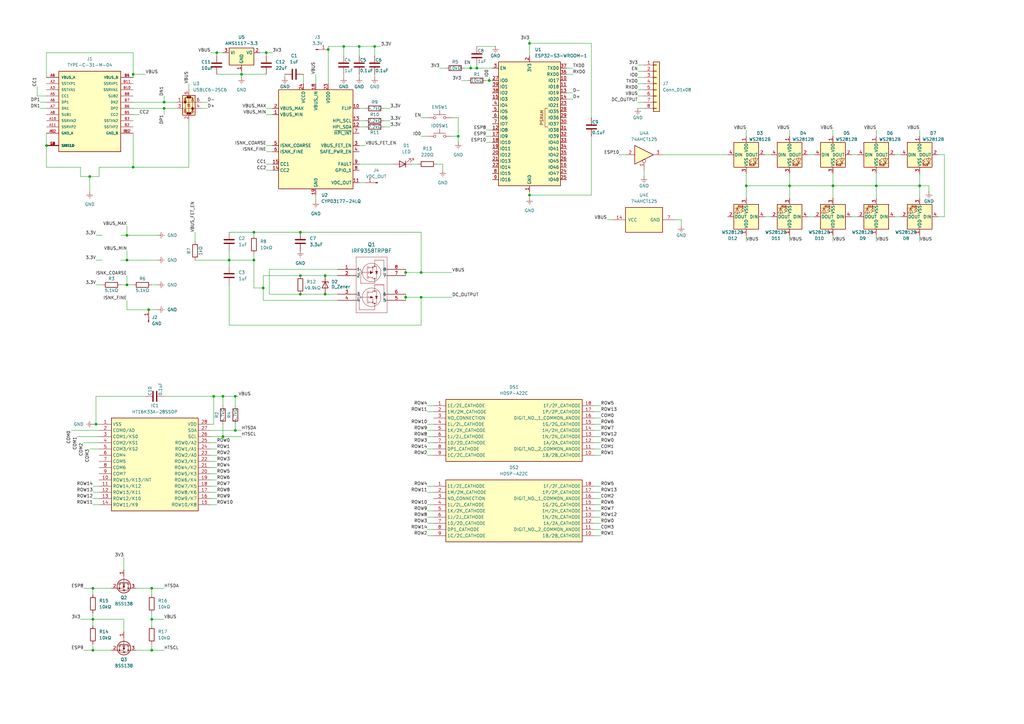
<source format=kicad_sch>
(kicad_sch (version 20231120) (generator "eeschema") (generator_version "8.0")
  (paper "A3")
  (junction (at 62.23 241.3))
  (junction (at 323.85 76.2))
  (junction (at 67.31 44.45))
  (junction (at 172.72 121.92))
  (junction (at 52.07 96.52))
  (junction (at 99.06 30.48))
  (junction (at 52.07 116.84))
  (junction (at 62.23 266.7))
  (junction (at 153.67 19.05))
  (junction (at 60.96 127))
  (junction (at 52.07 106.68))
  (junction (at 341.63 76.2))
  (junction (at 187.96 55.88))
  (junction (at 38.1 266.7))
  (junction (at 133.35 120.65))
  (junction (at 96.52 162.56))
  (junction (at 54.61 30.48))
  (junction (at 306.07 76.2))
  (junction (at 38.1 241.3))
  (junction (at 87.63 162.56))
  (junction (at 134.62 20.32))
  (junction (at 67.31 41.91))
  (junction (at 217.17 80.01))
  (junction (at 107.95 118.11))
  (junction (at 123.19 95.25))
  (junction (at 19.05 59.69))
  (junction (at 359.41 76.2))
  (junction (at 91.44 179.07))
  (junction (at 123.19 113.03))
  (junction (at 195.58 27.94))
  (junction (at 193.04 27.94))
  (junction (at 172.72 111.76))
  (junction (at 200.66 33.02))
  (junction (at 104.14 95.25))
  (junction (at 36.83 72.39))
  (junction (at 54.61 68.58))
  (junction (at 109.22 21.59))
  (junction (at 166.37 121.92))
  (junction (at 104.14 106.68))
  (junction (at 133.35 113.03))
  (junction (at 217.17 17.78))
  (junction (at 62.23 254))
  (junction (at 140.97 19.05))
  (junction (at 166.37 111.76))
  (junction (at 88.9 21.59))
  (junction (at 147.32 19.05))
  (junction (at 91.44 162.56))
  (junction (at 96.52 176.53))
  (junction (at 377.19 76.2))
  (junction (at 38.1 254))
  (junction (at 93.98 106.68))
  (junction (at 39.37 173.99))
  (junction (at 123.19 120.65))
  (wire (pts (xy 109.22 62.23) (xy 111.76 62.23)))
  (wire (pts (xy 381 78.74) (xy 381 76.2)))
  (wire (pts (xy 331.47 63.5) (xy 334.01 63.5)))
  (wire (pts (xy 193.04 27.94) (xy 195.58 27.94)))
  (wire (pts (xy 199.39 55.88) (xy 201.93 55.88)))
  (wire (pts (xy 217.17 17.78) (xy 242.57 17.78)))
  (wire (pts (xy 88.9 30.48) (xy 99.06 30.48)))
  (wire (pts (xy 243.84 176.53) (xy 246.38 176.53)))
  (wire (pts (xy 109.22 21.59) (xy 111.76 21.59)))
  (wire (pts (xy 377.19 53.34) (xy 377.19 55.88)))
  (wire (pts (xy 217.17 78.74) (xy 217.17 80.01)))
  (wire (pts (xy 166.37 121.92) (xy 166.37 123.19)))
  (wire (pts (xy 147.32 52.07) (xy 149.86 52.07)))
  (wire (pts (xy 77.47 34.29) (xy 77.47 36.83)))
  (wire (pts (xy 179.07 67.31) (xy 181.61 67.31)))
  (wire (pts (xy 261.62 29.21) (xy 264.16 29.21)))
  (wire (pts (xy 87.63 173.99) (xy 86.36 173.99)))
  (wire (pts (xy 243.84 199.39) (xy 246.38 199.39)))
  (wire (pts (xy 199.39 53.34) (xy 201.93 53.34)))
  (wire (pts (xy 19.05 31.75) (xy 19.05 21.59)))
  (wire (pts (xy 96.52 173.99) (xy 96.52 176.53)))
  (wire (pts (xy 147.32 67.31) (xy 161.29 67.31)))
  (wire (pts (xy 67.31 41.91) (xy 72.39 41.91)))
  (wire (pts (xy 323.85 71.12) (xy 323.85 76.2)))
  (wire (pts (xy 15.24 35.56) (xy 15.24 39.37)))
  (wire (pts (xy 175.26 168.91) (xy 177.8 168.91)))
  (wire (pts (xy 109.22 44.45) (xy 111.76 44.45)))
  (wire (pts (xy 123.19 95.25) (xy 172.72 95.25)))
  (wire (pts (xy 34.29 241.3) (xy 38.1 241.3)))
  (wire (pts (xy 54.61 44.45) (xy 67.31 44.45)))
  (wire (pts (xy 50.8 254) (xy 50.8 259.08)))
  (wire (pts (xy 147.32 49.53) (xy 149.86 49.53)))
  (wire (pts (xy 147.32 19.05) (xy 147.32 22.86)))
  (wire (pts (xy 88.9 21.59) (xy 91.44 21.59)))
  (wire (pts (xy 232.41 38.1) (xy 234.95 38.1)))
  (wire (pts (xy 93.98 106.68) (xy 93.98 109.22)))
  (wire (pts (xy 341.63 71.12) (xy 341.63 76.2)))
  (wire (pts (xy 99.06 30.48) (xy 109.22 30.48)))
  (wire (pts (xy 38.1 241.3) (xy 45.72 241.3)))
  (wire (pts (xy 175.26 176.53) (xy 177.8 176.53)))
  (wire (pts (xy 29.21 176.53) (xy 40.64 176.53)))
  (wire (pts (xy 31.75 179.07) (xy 40.64 179.07)))
  (wire (pts (xy 377.19 99.06) (xy 377.19 96.52)))
  (wire (pts (xy 109.22 59.69) (xy 111.76 59.69)))
  (wire (pts (xy 323.85 53.34) (xy 323.85 55.88)))
  (wire (pts (xy 243.84 184.15) (xy 246.38 184.15)))
  (wire (pts (xy 261.62 39.37) (xy 264.16 39.37)))
  (wire (pts (xy 187.96 55.88) (xy 187.96 58.42)))
  (wire (pts (xy 54.61 68.58) (xy 40.64 68.58)))
  (wire (pts (xy 106.68 21.59) (xy 109.22 21.59)))
  (wire (pts (xy 190.5 27.94) (xy 193.04 27.94)))
  (wire (pts (xy 367.03 88.9) (xy 369.57 88.9)))
  (wire (pts (xy 93.98 116.84) (xy 93.98 133.35)))
  (wire (pts (xy 52.07 127) (xy 60.96 127)))
  (wire (pts (xy 54.61 30.48) (xy 59.69 30.48)))
  (wire (pts (xy 134.62 19.05) (xy 140.97 19.05)))
  (wire (pts (xy 175.26 212.09) (xy 177.8 212.09)))
  (wire (pts (xy 243.84 204.47) (xy 246.38 204.47)))
  (wire (pts (xy 62.23 243.84) (xy 62.23 241.3)))
  (wire (pts (xy 86.36 179.07) (xy 91.44 179.07)))
  (wire (pts (xy 86.36 181.61) (xy 88.9 181.61)))
  (wire (pts (xy 67.31 254) (xy 62.23 254)))
  (wire (pts (xy 39.37 106.68) (xy 41.91 106.68)))
  (wire (pts (xy 199.39 58.42) (xy 201.93 58.42)))
  (wire (pts (xy 166.37 121.92) (xy 172.72 121.92)))
  (wire (pts (xy 49.53 96.52) (xy 52.07 96.52)))
  (wire (pts (xy 243.84 214.63) (xy 246.38 214.63)))
  (wire (pts (xy 86.36 191.77) (xy 88.9 191.77)))
  (wire (pts (xy 195.58 19.05) (xy 203.2 19.05)))
  (wire (pts (xy 323.85 99.06) (xy 323.85 96.52)))
  (wire (pts (xy 33.02 68.58) (xy 33.02 72.39)))
  (wire (pts (xy 99.06 29.21) (xy 99.06 30.48)))
  (wire (pts (xy 93.98 95.25) (xy 104.14 95.25)))
  (wire (pts (xy 16.51 41.91) (xy 19.05 41.91)))
  (wire (pts (xy 59.69 162.56) (xy 39.37 162.56)))
  (wire (pts (xy 261.62 36.83) (xy 264.16 36.83)))
  (wire (pts (xy 381 76.2) (xy 377.19 76.2)))
  (wire (pts (xy 349.25 63.5) (xy 351.79 63.5)))
  (wire (pts (xy 38.1 173.99) (xy 39.37 173.99)))
  (wire (pts (xy 109.22 21.59) (xy 109.22 22.86)))
  (wire (pts (xy 232.41 30.48) (xy 234.95 30.48)))
  (wire (pts (xy 91.44 162.56) (xy 96.52 162.56)))
  (wire (pts (xy 133.35 120.65) (xy 138.43 120.65)))
  (wire (pts (xy 62.23 254) (xy 62.23 256.54)))
  (wire (pts (xy 52.07 106.68) (xy 64.77 106.68)))
  (wire (pts (xy 189.23 33.02) (xy 191.77 33.02)))
  (wire (pts (xy 140.97 19.05) (xy 147.32 19.05)))
  (wire (pts (xy 323.85 76.2) (xy 323.85 81.28)))
  (wire (pts (xy 109.22 46.99) (xy 111.76 46.99)))
  (wire (pts (xy 175.26 179.07) (xy 177.8 179.07)))
  (wire (pts (xy 86.36 204.47) (xy 88.9 204.47)))
  (wire (pts (xy 91.44 162.56) (xy 91.44 166.37)))
  (wire (pts (xy 166.37 120.65) (xy 166.37 121.92)))
  (wire (pts (xy 261.62 34.29) (xy 264.16 34.29)))
  (wire (pts (xy 157.48 44.45) (xy 160.02 44.45)))
  (wire (pts (xy 38.1 254) (xy 38.1 256.54)))
  (wire (pts (xy 129.54 80.01) (xy 129.54 82.55)))
  (wire (pts (xy 377.19 76.2) (xy 359.41 76.2)))
  (wire (pts (xy 67.31 39.37) (xy 67.31 41.91)))
  (wire (pts (xy 175.26 217.17) (xy 177.8 217.17)))
  (wire (pts (xy 62.23 241.3) (xy 55.88 241.3)))
  (wire (pts (xy 153.67 19.05) (xy 153.67 22.86)))
  (wire (pts (xy 38.1 204.47) (xy 40.64 204.47)))
  (wire (pts (xy 38.1 254) (xy 50.8 254)))
  (wire (pts (xy 232.41 27.94) (xy 234.95 27.94)))
  (wire (pts (xy 54.61 46.99) (xy 57.15 46.99)))
  (wire (pts (xy 36.83 184.15) (xy 40.64 184.15)))
  (wire (pts (xy 19.05 21.59) (xy 54.61 21.59)))
  (wire (pts (xy 52.07 116.84) (xy 54.61 116.84)))
  (wire (pts (xy 271.78 63.5) (xy 298.45 63.5)))
  (wire (pts (xy 80.01 99.06) (xy 80.01 95.25)))
  (wire (pts (xy 254 63.5) (xy 256.54 63.5)))
  (wire (pts (xy 34.29 181.61) (xy 40.64 181.61)))
  (wire (pts (xy 200.66 31.75) (xy 200.66 33.02)))
  (wire (pts (xy 39.37 162.56) (xy 39.37 173.99)))
  (wire (pts (xy 133.35 113.03) (xy 138.43 113.03)))
  (wire (pts (xy 99.06 30.48) (xy 99.06 31.75)))
  (wire (pts (xy 86.36 186.69) (xy 88.9 186.69)))
  (wire (pts (xy 147.32 30.48) (xy 147.32 31.75)))
  (wire (pts (xy 124.46 34.29) (xy 124.46 30.48)))
  (wire (pts (xy 49.53 106.68) (xy 52.07 106.68)))
  (wire (pts (xy 38.1 241.3) (xy 38.1 243.84)))
  (wire (pts (xy 109.22 69.85) (xy 111.76 69.85)))
  (wire (pts (xy 175.26 207.01) (xy 177.8 207.01)))
  (wire (pts (xy 359.41 76.2) (xy 359.41 81.28)))
  (wire (pts (xy 387.35 88.9) (xy 384.81 88.9)))
  (wire (pts (xy 93.98 133.35) (xy 172.72 133.35)))
  (wire (pts (xy 341.63 53.34) (xy 341.63 55.88)))
  (wire (pts (xy 96.52 162.56) (xy 96.52 166.37)))
  (wire (pts (xy 166.37 110.49) (xy 166.37 111.76)))
  (wire (pts (xy 149.86 59.69) (xy 147.32 59.69)))
  (wire (pts (xy 129.54 30.48) (xy 129.54 34.29)))
  (wire (pts (xy 91.44 179.07) (xy 99.06 179.07)))
  (wire (pts (xy 195.58 26.67) (xy 195.58 27.94)))
  (wire (pts (xy 172.72 121.92) (xy 172.72 133.35)))
  (wire (pts (xy 175.26 184.15) (xy 177.8 184.15)))
  (wire (pts (xy 60.96 127) (xy 64.77 127)))
  (wire (pts (xy 39.37 96.52) (xy 41.91 96.52)))
  (wire (pts (xy 243.84 209.55) (xy 246.38 209.55)))
  (wire (pts (xy 243.84 166.37) (xy 246.38 166.37)))
  (wire (pts (xy 52.07 96.52) (xy 64.77 96.52)))
  (wire (pts (xy 49.53 116.84) (xy 52.07 116.84)))
  (wire (pts (xy 193.04 26.67) (xy 193.04 27.94)))
  (wire (pts (xy 38.1 266.7) (xy 45.72 266.7)))
  (wire (pts (xy 157.48 49.53) (xy 160.02 49.53)))
  (wire (pts (xy 34.29 266.7) (xy 38.1 266.7)))
  (wire (pts (xy 52.07 92.71) (xy 52.07 96.52)))
  (wire (pts (xy 359.41 76.2) (xy 341.63 76.2)))
  (wire (pts (xy 341.63 99.06) (xy 341.63 96.52)))
  (wire (pts (xy 261.62 44.45) (xy 264.16 44.45)))
  (wire (pts (xy 180.34 27.94) (xy 182.88 27.94)))
  (wire (pts (xy 86.36 196.85) (xy 88.9 196.85)))
  (wire (pts (xy 168.91 67.31) (xy 171.45 67.31)))
  (wire (pts (xy 86.36 176.53) (xy 96.52 176.53)))
  (wire (pts (xy 243.84 181.61) (xy 246.38 181.61)))
  (wire (pts (xy 19.05 68.58) (xy 33.02 68.58)))
  (wire (pts (xy 175.26 199.39) (xy 177.8 199.39)))
  (wire (pts (xy 175.26 173.99) (xy 177.8 173.99)))
  (wire (pts (xy 377.19 71.12) (xy 377.19 76.2)))
  (wire (pts (xy 359.41 53.34) (xy 359.41 55.88)))
  (wire (pts (xy 384.81 63.5) (xy 387.35 63.5)))
  (wire (pts (xy 195.58 27.94) (xy 201.93 27.94)))
  (wire (pts (xy 243.84 217.17) (xy 246.38 217.17)))
  (wire (pts (xy 175.26 186.69) (xy 177.8 186.69)))
  (wire (pts (xy 38.1 264.16) (xy 38.1 266.7)))
  (wire (pts (xy 175.26 201.93) (xy 177.8 201.93)))
  (wire (pts (xy 232.41 40.64) (xy 234.95 40.64)))
  (wire (pts (xy 153.67 30.48) (xy 153.67 31.75)))
  (wire (pts (xy 52.07 102.87) (xy 52.07 106.68)))
  (wire (pts (xy 54.61 54.61) (xy 54.61 68.58)))
  (wire (pts (xy 264.16 69.85) (xy 264.16 72.39)))
  (wire (pts (xy 39.37 116.84) (xy 41.91 116.84)))
  (wire (pts (xy 175.26 219.71) (xy 177.8 219.71)))
  (wire (pts (xy 172.72 111.76) (xy 185.42 111.76)))
  (wire (pts (xy 243.84 168.91) (xy 246.38 168.91)))
  (wire (pts (xy 387.35 63.5) (xy 387.35 88.9)))
  (wire (pts (xy 91.44 173.99) (xy 91.44 179.07)))
  (wire (pts (xy 243.84 171.45) (xy 246.38 171.45)))
  (wire (pts (xy 86.36 201.93) (xy 88.9 201.93)))
  (wire (pts (xy 87.63 162.56) (xy 67.31 162.56)))
  (wire (pts (xy 39.37 173.99) (xy 40.64 173.99)))
  (wire (pts (xy 54.61 30.48) (xy 54.61 31.75)))
  (wire (pts (xy 38.1 201.93) (xy 40.64 201.93)))
  (wire (pts (xy 86.36 21.59) (xy 88.9 21.59)))
  (wire (pts (xy 359.41 99.06) (xy 359.41 96.52)))
  (wire (pts (xy 123.19 120.65) (xy 133.35 120.65)))
  (wire (pts (xy 313.69 63.5) (xy 316.23 63.5)))
  (wire (pts (xy 33.02 254) (xy 38.1 254)))
  (wire (pts (xy 153.67 19.05) (xy 156.21 19.05)))
  (wire (pts (xy 175.26 214.63) (xy 177.8 214.63)))
  (wire (pts (xy 19.05 54.61) (xy 19.05 59.69)))
  (wire (pts (xy 172.72 95.25) (xy 172.72 111.76)))
  (wire (pts (xy 96.52 176.53) (xy 99.06 176.53)))
  (wire (pts (xy 96.52 162.56) (xy 97.79 162.56)))
  (wire (pts (xy 276.86 90.17) (xy 279.4 90.17)))
  (wire (pts (xy 242.57 80.01) (xy 217.17 80.01)))
  (wire (pts (xy 243.84 219.71) (xy 246.38 219.71)))
  (wire (pts (xy 243.84 179.07) (xy 246.38 179.07)))
  (wire (pts (xy 248.92 90.17) (xy 251.46 90.17)))
  (wire (pts (xy 243.84 201.93) (xy 246.38 201.93)))
  (wire (pts (xy 172.72 55.88) (xy 175.26 55.88)))
  (wire (pts (xy 147.32 19.05) (xy 153.67 19.05)))
  (wire (pts (xy 38.1 251.46) (xy 38.1 254)))
  (wire (pts (xy 123.19 113.03) (xy 133.35 113.03)))
  (wire (pts (xy 62.23 116.84) (xy 64.77 116.84)))
  (wire (pts (xy 86.36 189.23) (xy 88.9 189.23)))
  (wire (pts (xy 110.49 120.65) (xy 123.19 120.65)))
  (wire (pts (xy 243.84 186.69) (xy 246.38 186.69)))
  (wire (pts (xy 306.07 76.2) (xy 306.07 81.28)))
  (wire (pts (xy 217.17 80.01) (xy 217.17 81.28)))
  (wire (pts (xy 323.85 76.2) (xy 306.07 76.2)))
  (wire (pts (xy 261.62 31.75) (xy 264.16 31.75)))
  (wire (pts (xy 367.03 63.5) (xy 369.57 63.5)))
  (wire (pts (xy 104.14 104.14) (xy 104.14 106.68)))
  (wire (pts (xy 62.23 266.7) (xy 67.31 266.7)))
  (wire (pts (xy 19.05 59.69) (xy 19.05 68.58)))
  (wire (pts (xy 86.36 194.31) (xy 88.9 194.31)))
  (wire (pts (xy 243.84 173.99) (xy 246.38 173.99)))
  (wire (pts (xy 82.55 44.45) (xy 85.09 44.45)))
  (wire (pts (xy 242.57 17.78) (xy 242.57 48.26)))
  (wire (pts (xy 217.17 16.51) (xy 217.17 17.78)))
  (wire (pts (xy 36.83 72.39) (xy 40.64 72.39)))
  (wire (pts (xy 200.66 33.02) (xy 201.93 33.02)))
  (wire (pts (xy 104.14 96.52) (xy 104.14 95.25)))
  (wire (pts (xy 88.9 21.59) (xy 88.9 22.86)))
  (wire (pts (xy 67.31 44.45) (xy 72.39 44.45)))
  (wire (pts (xy 38.1 199.39) (xy 40.64 199.39)))
  (wire (pts (xy 181.61 67.31) (xy 181.61 69.85)))
  (wire (pts (xy 166.37 111.76) (xy 172.72 111.76)))
  (wire (pts (xy 54.61 41.91) (xy 67.31 41.91)))
  (wire (pts (xy 107.95 113.03) (xy 107.95 118.11)))
  (wire (pts (xy 261.62 41.91) (xy 264.16 41.91)))
  (wire (pts (xy 54.61 21.59) (xy 54.61 30.48)))
  (wire (pts (xy 104.14 106.68) (xy 104.14 118.11)))
  (wire (pts (xy 52.07 113.03) (xy 52.07 116.84)))
  (wire (pts (xy 104.14 106.68) (xy 93.98 106.68)))
  (wire (pts (xy 15.24 39.37) (xy 19.05 39.37)))
  (wire (pts (xy 104.14 118.11) (xy 107.95 118.11)))
  (wire (pts (xy 62.23 266.7) (xy 62.23 264.16)))
  (wire (pts (xy 331.47 88.9) (xy 334.01 88.9)))
  (wire (pts (xy 52.07 123.19) (xy 52.07 127)))
  (wire (pts (xy 349.25 88.9) (xy 351.79 88.9)))
  (wire (pts (xy 187.96 48.26) (xy 187.96 55.88)))
  (wire (pts (xy 243.84 212.09) (xy 246.38 212.09)))
  (wire (pts (xy 172.72 121.92) (xy 185.42 121.92)))
  (wire (pts (xy 175.26 181.61) (xy 177.8 181.61)))
  (wire (pts (xy 93.98 102.87) (xy 93.98 106.68)))
  (wire (pts (xy 279.4 90.17) (xy 279.4 92.71)))
  (wire (pts (xy 359.41 71.12) (xy 359.41 76.2)))
  (wire (pts (xy 140.97 19.05) (xy 140.97 22.86)))
  (wire (pts (xy 109.22 67.31) (xy 111.76 67.31)))
  (wire (pts (xy 140.97 30.48) (xy 140.97 31.75)))
  (wire (pts (xy 243.84 207.01) (xy 246.38 207.01)))
  (wire (pts (xy 341.63 76.2) (xy 323.85 76.2)))
  (wire (pts (xy 242.57 55.88) (xy 242.57 80.01)))
  (wire (pts (xy 80.01 106.68) (xy 93.98 106.68)))
  (wire (pts (xy 217.17 17.78) (xy 217.17 22.86)))
  (wire (pts (xy 261.62 26.67) (xy 264.16 26.67)))
  (wire (pts (xy 147.32 74.93) (xy 149.86 74.93)))
  (wire (pts (xy 138.43 110.49) (xy 110.49 110.49)))
  (wire (pts (xy 36.83 72.39) (xy 36.83 78.74)))
  (wire (pts (xy 82.55 41.91) (xy 85.09 41.91)))
  (wire (pts (xy 341.63 76.2) (xy 341.63 81.28)))
  (wire (pts (xy 175.26 209.55) (xy 177.8 209.55)))
  (wire (pts (xy 175.26 166.37) (xy 177.8 166.37)))
  (wire (pts (xy 87.63 162.56) (xy 87.63 173.99)))
  (wire (pts (xy 306.07 76.2) (xy 306.07 71.12)))
  (wire (pts (xy 134.62 19.05) (xy 134.62 20.32)))
  (wire (pts (xy 107.95 118.11) (xy 107.95 123.19)))
  (wire (pts (xy 107.95 113.03) (xy 123.19 113.03)))
  (wire (pts (xy 313.69 88.9) (xy 316.23 88.9)))
  (wire (pts (xy 147.32 44.45) (xy 149.86 44.45)))
  (wire (pts (xy 306.07 99.06) (xy 306.07 96.52)))
  (wire (pts (xy 166.37 111.76) (xy 166.37 113.03)))
  (wire (pts (xy 104.14 95.25) (xy 123.19 95.25)))
  (wire (pts (xy 77.47 49.53) (xy 77.47 68.58)))
  (wire (pts (xy 134.62 20.32) (xy 134.62 34.29)))
  (wire (pts (xy 50.8 228.6) (xy 50.8 233.68)))
  (wire (pts (xy 306.07 53.34) (xy 306.07 55.88)))
  (wire (pts (xy 86.36 207.01) (xy 88.9 207.01)))
  (wire (pts (xy 172.72 48.26) (xy 175.26 48.26)))
  (wire (pts (xy 86.36 184.15) (xy 88.9 184.15)))
  (wire (pts (xy 157.48 52.07) (xy 160.02 52.07)))
  (wire (pts (xy 87.63 162.56) (xy 91.44 162.56)))
  (wire (pts (xy 185.42 55.88) (xy 187.96 55.88)))
  (wire (pts (xy 33.02 72.39) (xy 36.83 72.39)))
  (wire (pts (xy 110.49 110.49) (xy 110.49 120.65)))
  (wire (pts (xy 77.47 68.58) (xy 54.61 68.58)))
  (wire (pts (xy 62.23 241.3) (xy 67.31 241.3)))
  (wire (pts (xy 62.23 254) (xy 62.23 251.46)))
  (wire (pts (xy 67.31 44.45) (xy 67.31 46.99)))
  (wire (pts (xy 38.1 207.01) (xy 40.64 207.01)))
  (wire (pts (xy 185.42 48.26) (xy 187.96 48.26)))
  (wire (pts (xy 199.39 33.02) (xy 200.66 33.02)))
  (wire (pts (xy 55.88 266.7) (xy 62.23 266.7)))
  (wire (pts (xy 377.19 76.2) (xy 377.19 81.28)))
  (wire (pts (xy 86.36 199.39) (xy 88.9 199.39)))
  (wire (pts (xy 116.84 30.48) (xy 116.84 31.75)))
  (wire (pts (xy 16.51 44.45) (xy 19.05 44.45)))
  (wire (pts (xy 40.64 72.39) (xy 40.64 68.58)))
  (wire (pts (xy 107.95 123.19) (xy 138.43 123.19)))
  (label "EN" (at 172.72 48.26 180))
  (label "COM3" (at 246.38 217.17 0))
  (label "ROW4" (at 175.26 199.39 180))
  (label "DC_OUTPUT" (at 185.42 121.92 0))
  (label "COM1" (at 246.38 184.15 0))
  (label "ESP8" (at 34.29 241.3 180))
  (label "ROW8" (at 175.26 212.09 180))
  (label "ROW10" (at 175.26 173.99 180))
  (label "COM0" (at 246.38 171.45 0))
  (label "ROW1" (at 88.9 184.15 0))
  (label "ROW7" (at 246.38 176.53 0))
  (label "ROW9" (at 175.26 176.53 180))
  (label "COM2" (at 34.29 181.61 270))
  (label "VBUS" (at 59.69 30.48 0))
  (label "ROW8" (at 175.26 179.07 180))
  (label "ESP9" (at 34.29 266.7 180))
  (label "EN" (at 261.62 29.21 180))
  (label "VBUS_MAX" (at 52.07 92.71 180))
  (label "IO0" (at 172.72 55.88 180))
  (label "ESP8" (at 199.39 53.34 180))
  (label "HTSDA" (at 99.06 176.53 0))
  (label "3V3" (at 33.02 254 180))
  (label "ISNK_COARSE" (at 109.22 59.69 180))
  (label "VBUS_MAX" (at 109.22 44.45 180))
  (label "D-" (at 234.95 38.1 0))
  (label "ROW10" (at 175.26 207.01 180))
  (label "3V3" (at 111.76 21.59 0))
  (label "ROW5" (at 246.38 166.37 0))
  (label "ROW8" (at 88.9 201.93 0))
  (label "D-" (at 85.09 41.91 0))
  (label "ROW6" (at 246.38 207.01 0))
  (label "HTSDA" (at 67.31 241.3 0))
  (label "D+" (at 234.95 40.64 0))
  (label "ROW6" (at 88.9 196.85 0))
  (label "VBUS" (at 97.79 162.56 0))
  (label "ISNK_FINE" (at 52.07 123.19 180))
  (label "ROW7" (at 246.38 209.55 0))
  (label "ROW12" (at 38.1 204.47 180))
  (label "ROW12" (at 246.38 179.07 0))
  (label "VBUS" (at 323.85 53.34 180))
  (label "ROW1" (at 246.38 219.71 0))
  (label "DP1" (at 67.31 46.99 270))
  (label "ROW11" (at 38.1 207.01 180))
  (label "VBUS" (at 306.07 99.06 0))
  (label "3.3V" (at 160.02 44.45 0))
  (label "VBUS" (at 359.41 53.34 180))
  (label "3.3V" (at 39.37 96.52 180))
  (label "ROW7" (at 88.9 199.39 0))
  (label "3.3V" (at 39.37 106.68 180))
  (label "VBUS" (at 323.85 99.06 0))
  (label "3.3V" (at 160.02 49.53 0))
  (label "3V3" (at 217.17 16.51 180))
  (label "VBUS_MIN" (at 109.22 46.99 180))
  (label "COM2" (at 246.38 204.47 0))
  (label "ROW14" (at 38.1 199.39 180))
  (label "ROW2" (at 175.26 186.69 180))
  (label "ROW9" (at 175.26 209.55 180))
  (label "TXD0" (at 261.62 34.29 180))
  (label "IO0" (at 261.62 31.75 180))
  (label "COM3" (at 36.83 184.15 270))
  (label "ROW5" (at 88.9 194.31 0))
  (label "VBUS" (at 306.07 53.34 180))
  (label "VBUS_FET_EN" (at 80.01 95.25 90))
  (label "ROW10" (at 88.9 207.01 0))
  (label "ROW11" (at 175.26 201.93 180))
  (label "CC1" (at 109.22 67.31 180))
  (label "ROW0" (at 246.38 181.61 0))
  (label "ROW2" (at 175.26 219.71 180))
  (label "EN" (at 193.04 26.67 180))
  (label "VBUS" (at 77.47 34.29 90))
  (label "ROW11" (at 175.26 168.91 180))
  (label "ROW3" (at 175.26 214.63 180))
  (label "ROW1" (at 246.38 186.69 0))
  (label "VBUS" (at 377.19 99.06 0))
  (label "3V3" (at 261.62 26.67 180))
  (label "DC_OUTPUT" (at 261.62 41.91 180))
  (label "ESP10" (at 199.39 58.42 180))
  (label "VBUS" (at 341.63 99.06 0))
  (label "DP1" (at 16.51 41.91 180))
  (label "ROW12" (at 246.38 212.09 0))
  (label "3V3" (at 180.34 27.94 180))
  (label "ISNK_COARSE" (at 52.07 113.03 180))
  (label "ROW13" (at 246.38 168.91 0))
  (label "RXD0" (at 261.62 36.83 180))
  (label "VBUS_FET_EN" (at 149.86 59.69 0))
  (label "ROW0" (at 246.38 214.63 0))
  (label "ROW0" (at 88.9 181.61 0))
  (label "3.3V" (at 39.37 116.84 180))
  (label "ROW9" (at 88.9 204.47 0))
  (label "VBUS" (at 261.62 39.37 180))
  (label "VBUS_MIN" (at 52.07 102.87 180))
  (label "3V3" (at 189.23 33.02 180))
  (label "CC1" (at 15.24 35.56 90))
  (label "IO0" (at 200.66 31.75 90))
  (label "ROW13" (at 38.1 201.93 180))
  (label "HTSCL" (at 99.06 179.07 0))
  (label "ROW6" (at 246.38 173.99 0))
  (label "D+" (at 85.09 44.45 0))
  (label "ROW3" (at 88.9 189.23 0))
  (label "CC2" (at 57.15 46.99 0))
  (label "TXD0" (at 234.95 27.94 0))
  (label "RXD0" (at 234.95 30.48 0))
  (label "VBUS" (at 359.41 99.06 0))
  (label "ROW3" (at 175.26 181.61 180))
  (label "VBUS" (at 86.36 21.59 180))
  (label "ROW4" (at 88.9 191.77 0))
  (label "3.3V" (at 156.21 19.05 0))
  (label "ROW2" (at 88.9 186.69 0))
  (label "CC2" (at 109.22 69.85 180))
  (label "VBUS" (at 248.92 90.17 180))
  (label "HTSCL" (at 67.31 266.7 0))
  (label "ESP9" (at 199.39 55.88 180))
  (label "ROW14" (at 175.26 184.15 180))
  (label "ROW4" (at 175.26 166.37 180))
  (label "ROW5" (at 246.38 199.39 0))
  (label "ESP10" (at 254 63.5 180))
  (label "VBUS" (at 129.54 30.48 90))
  (label "COM1" (at 31.75 179.07 270))
  (label "VBUS" (at 185.42 111.76 0))
  (label "ROW13" (at 246.38 201.93 0))
  (label "DN1" (at 67.31 39.37 90))
  (label "VBUS" (at 341.63 53.34 180))
  (label "3V3" (at 50.8 228.6 180))
  (label "DN1" (at 16.51 44.45 180))
  (label "VBUS" (at 67.31 254 0))
  (label "ROW14" (at 175.26 217.17 180))
  (label "VBUS" (at 377.19 53.34 180))
  (label "3.3V" (at 160.02 52.07 0))
  (label "COM0" (at 29.21 176.53 270))
  (label "ISNK_FINE" (at 109.22 62.23 180))
  (symbol (lib_id "Device:R") (at 62.23 260.35 0) (unit 1)
    (property "Reference" "R17" (at 64.77 259.0799 0) (effects (justify left)))
    (property "Value" "10kΩ" (at 64.77 261.6199 0) (effects (justify left)))
    (property "Footprint" "Resistor_SMD:R_0603_1608Metric_Pad0.98x0.95mm_HandSolder" (effects (hide yes)))
    (property "Description" "Resistor" (effects (hide yes)))
  )
  (symbol (lib_id "Device:C") (at 242.57 52.07 0) (unit 1)
    (property "Reference" "C9" (at 242.824 50.038 0) (effects (justify left)))
    (property "Value" "0.1uF" (at 242.824 54.356 0) (effects (justify left)))
    (property "Footprint" "Capacitor_SMD:C_0603_1608Metric_Pad1.08x0.95mm_HandSolder" (effects (hide yes)))
    (property "Description" "Unpolarized capacitor" (effects (hide yes)))
  )
  (symbol (lib_id "LED:WS2812B") (at 377.19 63.5 0) (unit 1)
    (property "Reference" "D7" (at 382.778 54.61 0))
    (property "Value" "WS2812B" (at 382.778 57.15 0))
    (property "Footprint" "LED_SMD:LED_WS2812B_PLCC4_5.0x5.0mm_P3.2mm" (effects (hide yes)))
    (property "Datasheet" "https://cdn-shop.adafruit.com/datasheets/WS2812B.pdf" (effects (hide yes)))
    (property "Description" "RGB LED with integrated controller" (effects (hide yes)))
  )
  (symbol (lib_id "Device:C") (at 63.5 162.56 90) (unit 1)
    (property "Reference" "C10" (at 61.468 162.306 0) (effects (justify left)))
    (property "Value" "0.1uF" (at 65.786 162.306 0) (effects (justify left)))
    (property "Footprint" "Capacitor_SMD:C_0603_1608Metric_Pad1.08x0.95mm_HandSolder" (effects (hide yes)))
    (property "Description" "Unpolarized capacitor" (effects (hide yes)))
  )
  (symbol (lib_id "power:Earth") (at 140.97 31.75 0) (unit 1)
    (property "Reference" "#PWR08" (effects (hide yes)))
    (property "Value" "GND" (at 140.97 35.56 0))
    (property "Description" "Power symbol creates a global label with name \"Earth\"" (effects (hide yes)))
  )
  (symbol (lib_id "Connector:Conn_01x01_Pin") (at 154.94 74.93 180) (unit 1)
    (property "Reference" "J4" (at 154.305 69.85 0))
    (property "Value" "VDC_OUT" (at 154.305 72.39 0))
    (property "Footprint" "Connector_PinHeader_2.54mm:PinHeader_1x01_P2.54mm_Vertical" (effects (hide yes)))
    (property "Description" "Generic connector, single row, 01x01, script generated" (effects (hide yes)))
  )
  (symbol (lib_id "Device:C") (at 93.98 113.03 0) (unit 1)
    (property "Reference" "C3" (at 97.79 111.76 0) (effects (justify left)))
    (property "Value" "1uF" (at 97.79 114.3 0) (effects (justify left)))
    (property "Footprint" "Capacitor_SMD:C_0603_1608Metric_Pad1.08x0.95mm_HandSolder" (effects (hide yes)))
  )
  (symbol (lib_id "Device:C") (at 123.19 99.06 0) (unit 1)
    (property "Reference" "C7" (at 127 97.7899 0) (effects (justify left)))
    (property "Value" "3.3uF" (at 127 100.3299 0) (effects (justify left)))
    (property "Footprint" "Capacitor_SMD:C_0603_1608Metric_Pad1.08x0.95mm_HandSolder" (effects (hide yes)))
  )
  (symbol (lib_id "Device:R") (at 175.26 67.31 90) (unit 1)
    (property "Reference" "R13" (at 175.26 60.96 90))
    (property "Value" "220Ω" (at 175.26 63.5 90))
    (property "Footprint" "Resistor_SMD:R_0603_1608Metric_Pad0.98x0.95mm_HandSolder" (effects (hide yes)))
    (property "Description" "Resistor" (effects (hide yes)))
  )
  (symbol (lib_id "power:Earth") (at 99.06 31.75 0) (unit 1)
    (property "Reference" "#PWR020" (effects (hide yes)))
    (property "Value" "GND" (at 99.06 36.83 0))
    (property "Description" "Power symbol creates a global label with name \"Earth\"" (effects (hide yes)))
  )
  (symbol (lib_id "power:Earth") (at 129.54 82.55 0) (unit 1)
    (property "Reference" "#PWR07" (effects (hide yes)))
    (property "Value" "GND" (at 129.54 87.63 0))
    (property "Description" "Power symbol creates a global label with name \"Earth\"" (effects (hide yes)))
  )
  (symbol (lib_id "Connector:Conn_01x01_Pin") (at 129.54 20.32 0) (unit 1)
    (property "Reference" "J3" (at 130.175 15.24 0))
    (property "Value" "3.3V" (at 130.175 17.78 0))
    (property "Footprint" "Connector_PinHeader_2.54mm:PinHeader_1x01_P2.54mm_Vertical" (effects (hide yes)))
    (property "Description" "Generic connector, single row, 01x01, script generated" (effects (hide yes)))
  )
  (symbol (lib_id "Device:C") (at 93.98 99.06 0) (unit 1)
    (property "Reference" "C2" (at 97.79 97.79 0) (effects (justify left)))
    (property "Value" "1uF" (at 97.79 100.33 0) (effects (justify left)))
    (property "Footprint" "Capacitor_SMD:C_0603_1608Metric_Pad1.08x0.95mm_HandSolder" (effects (hide yes)))
  )
  (symbol (lib_id "Device:R") (at 96.52 170.18 180) (unit 1)
    (property "Reference" "R4" (at 93.98 170.18 90))
    (property "Value" "4.7kΩ" (at 96.52 170.18 90))
    (property "Footprint" "Resistor_THT:R_Axial_DIN0207_L6.3mm_D2.5mm_P7.62mm_Horizontal" (effects (hide yes)))
    (property "Description" "Resistor" (effects (hide yes)))
  )
  (symbol (lib_id "Device:R") (at 62.23 247.65 0) (unit 1)
    (property "Reference" "R16" (at 64.77 246.3799 0) (effects (justify left)))
    (property "Value" "10kΩ" (at 64.77 248.9199 0) (effects (justify left)))
    (property "Footprint" "Resistor_SMD:R_0603_1608Metric_Pad0.98x0.95mm_HandSolder" (effects (hide yes)))
    (property "Description" "Resistor" (effects (hide yes)))
  )
  (symbol (lib_id "Transistor_FET:BSS138") (at 50.8 238.76 270) (unit 1)
    (property "Reference" "Q2" (at 50.8 245.11 90))
    (property "Value" "BSS138" (at 50.8 247.65 90))
    (property "Footprint" "Package_TO_SOT_SMD:SOT-23" (effects (hide yes)))
    (property "Datasheet" "https://www.onsemi.com/pub/Collateral/BSS138-D.PDF" (effects (hide yes)))
    (property "Description" "50V Vds, 0.22A Id, N-Channel MOSFET, SOT-23" (effects (hide yes)))
  )
  (symbol (lib_id "LED:WS2812B") (at 377.19 88.9 180) (unit 1)
    (property "Reference" "D8" (at 371.602 97.79 0))
    (property "Value" "WS2812B" (at 371.602 95.25 0))
    (property "Footprint" "LED_SMD:LED_WS2812B_PLCC4_5.0x5.0mm_P3.2mm" (effects (hide yes)))
    (property "Datasheet" "https://cdn-shop.adafruit.com/datasheets/WS2812B.pdf" (effects (hide yes)))
    (property "Description" "RGB LED with integrated controller" (effects (hide yes)))
  )
  (symbol (lib_id "Connector_Generic:Conn_01x08") (at 269.24 34.29 0) (unit 1)
    (property "Reference" "J7" (at 271.78 34.2899 0) (effects (justify left)))
    (property "Value" "Conn_01x08" (at 271.78 36.8299 0) (effects (justify left)))
    (property "Footprint" "Connector_PinHeader_2.00mm:PinHeader_1x08_P2.00mm_Horizontal" (effects (hide yes)))
    (property "Description" "Generic connector, single row, 01x08, script generated (kicad-library-utils/schlib/autogen/connector/)" (effects (hide yes)))
  )
  (symbol (lib_id "Device:R") (at 186.69 27.94 90) (unit 1)
    (property "Reference" "R5" (at 186.69 25.4 90))
    (property "Value" "10kΩ" (at 186.69 27.94 90))
    (property "Footprint" "Resistor_SMD:R_0603_1608Metric_Pad0.98x0.95mm_HandSolder" (effects (hide yes)))
    (property "Description" "Resistor" (effects (hide yes)))
  )
  (symbol (lib_id "LED:WS2812B") (at 359.41 88.9 180) (unit 1)
    (property "Reference" "D9" (at 353.822 97.79 0))
    (property "Value" "WS2812B" (at 353.822 95.25 0))
    (property "Footprint" "LED_SMD:LED_WS2812B_PLCC4_5.0x5.0mm_P3.2mm" (effects (hide yes)))
    (property "Datasheet" "https://cdn-shop.adafruit.com/datasheets/WS2812B.pdf" (effects (hide yes)))
    (property "Description" "RGB LED with integrated controller" (effects (hide yes)))
  )
  (symbol (lib_id "KiCAd:HT16K33A-28SSOP") (at 40.64 173.99 0) (unit 1)
    (property "Reference" "IC1" (at 63.5 166.37 0))
    (property "Value" "HT16K33A-28SSOP" (at 63.5 168.91 0))
    (property "Footprint" "KiCAd Pretty:SOP64P600X175-28N" (effects (hide yes)))
    (property "Datasheet" "https://akizukidenshi.com/goodsaffix/HT16K33A.pdf" (effects (hide yes)))
    (property "Description" "Operating voltage: 4.5V~5.5V  Integrated RC oscillator  I2 C bus interface  168 bits RAM for display data storage  Max. 168 patterns, 16 segments and 8 commons  R/W address auto increment  Max. 133 matrix key scanning  16-step dimming circuit  Package types: 20/24/28-pin SOP/SSOP" (effects (hide yes)))
    (property "Height" "1.75" (effects (hide yes)))
    (property "Manufacturer_Name" "Holmate Technology Corp. (Holtek)" (effects (hide yes)))
    (property "Manufacturer_Part_Number" "HT16K33A-28SSOP" (effects (hide yes)))
  )
  (symbol (lib_id "Device:C") (at 147.32 26.67 0) (unit 1)
    (property "Reference" "C5" (at 147.574 24.638 0) (effects (justify left)))
    (property "Value" "0.1uF" (at 147.574 28.956 0) (effects (justify left)))
    (property "Footprint" "Capacitor_SMD:C_0603_1608Metric_Pad1.08x0.95mm_HandSolder" (effects (hide yes)))
    (property "Description" "Unpolarized capacitor" (effects (hide yes)))
  )
  (symbol (lib_id "KiCAd:HDSP-A22C") (at 177.8 166.37 0) (unit 1)
    (property "Reference" "DS1" (at 210.82 158.75 0))
    (property "Value" "HDSP-A22C" (at 210.82 161.29 0))
    (property "Footprint" "KiCAd Pretty:DIPS1524W51P254L2520H725Q18N" (effects (hide yes)))
    (property "Datasheet" "https://www.digikey.in/en/products/detail/broadcom-limited/HDSP-A22C/3589050?s=N4IgTCBcDaIBIBEDKAFAtAQTGAwiAugL5A" (effects (hide yes)))
    (property "Description" "Display Modules - LED Character and Numeric Red 14-Segment, Alphanumeric 2 Character Common Anode 1.9V 20mA 0.827\" H x 0.992\" W x 0.276\" D (21.00mm x 25.20mm x 7.00mm) 18-DIP (0.600\", 15.24mm)" (effects (hide yes)))
    (property "Height" "7.25" (effects (hide yes)))
    (property "Manufacturer_Name" "Avago Technologies" (effects (hide yes)))
    (property "Manufacturer_Part_Number" "HDSP-A22C" (effects (hide yes)))
    (property "Mouser Part Number" "630-HDSP-A22C" (effects (hide yes)))
    (property "Mouser Price/Stock" "https://www.mouser.co.uk/ProductDetail/Broadcom-Avago/HDSP-A22C?qs=mhB89zxvawkE7eTk4oWrWQ%3D%3D" (effects (hide yes)))
  )
  (symbol (lib_id "KiCAd:HDSP-A22C") (at 177.8 199.39 0) (unit 1)
    (property "Reference" "DS2" (at 210.82 191.77 0))
    (property "Value" "HDSP-A22C" (at 210.82 194.31 0))
    (property "Footprint" "KiCAd Pretty:DIPS1524W51P254L2520H725Q18N" (effects (hide yes)))
    (property "Datasheet" "https://www.digikey.in/en/products/detail/broadcom-limited/HDSP-A22C/3589050?s=N4IgTCBcDaIBIBEDKAFAtAQTGAwiAugL5A" (effects (hide yes)))
    (property "Description" "Display Modules - LED Character and Numeric Red 14-Segment, Alphanumeric 2 Character Common Anode 1.9V 20mA 0.827\" H x 0.992\" W x 0.276\" D (21.00mm x 25.20mm x 7.00mm) 18-DIP (0.600\", 15.24mm)" (effects (hide yes)))
    (property "Height" "7.25" (effects (hide yes)))
    (property "Manufacturer_Name" "Avago Technologies" (effects (hide yes)))
    (property "Manufacturer_Part_Number" "HDSP-A22C" (effects (hide yes)))
    (property "Mouser Part Number" "630-HDSP-A22C" (effects (hide yes)))
    (property "Mouser Price/Stock" "https://www.mouser.co.uk/ProductDetail/Broadcom-Avago/HDSP-A22C?qs=mhB89zxvawkE7eTk4oWrWQ%3D%3D" (effects (hide yes)))
  )
  (symbol (lib_id "Device:C") (at 88.9 26.67 0) (unit 1)
    (property "Reference" "C11" (at 82.55 25.4 0) (effects (justify left)))
    (property "Value" "10uF" (at 82.55 27.94 0) (effects (justify left)))
    (property "Footprint" "Capacitor_SMD:C_0603_1608Metric_Pad1.08x0.95mm_HandSolder" (effects (hide yes)))
  )
  (symbol (lib_id "74xx:74AHCT125") (at 264.16 90.17 90) (unit 5)
    (property "Reference" "U4" (at 264.16 80.01 90))
    (property "Value" "74AHCT125" (at 264.16 82.55 90))
    (property "Footprint" "KiCAd Pretty:SOP65P640X120-14N" (effects (hide yes)))
    (property "Datasheet" "https://www.ti.com/lit/ds/symlink/sn74ahct125.pdf" (effects (hide yes)))
    (property "Description" "Quadruple Bus Buffer Gates With 3-State Outputs" (effects (hide yes)))
  )
  (symbol (lib_id "power:Earth") (at 381 78.74 0) (unit 1)
    (property "Reference" "#PWR019" (effects (hide yes)))
    (property "Value" "GND" (at 381 82.55 0))
    (property "Description" "Power symbol creates a global label with name \"Earth\"" (effects (hide yes)))
  )
  (symbol (lib_id "power:Earth") (at 187.96 58.42 0) (unit 1)
    (property "Reference" "#PWR021" (effects (hide yes)))
    (property "Value" "GND" (at 187.96 63.5 0))
    (property "Description" "Power symbol creates a global label with name \"Earth\"" (effects (hide yes)))
  )
  (symbol (lib_id "Device:R") (at 80.01 102.87 180) (unit 1)
    (property "Reference" "R7" (at 77.47 102.87 90))
    (property "Value" "1kΩ" (at 82.296 102.87 90))
    (property "Footprint" "Resistor_SMD:R_0603_1608Metric_Pad0.98x0.95mm_HandSolder" (effects (hide yes)))
    (property "Description" "Resistor" (effects (hide yes)))
  )
  (symbol (lib_id "Device:R") (at 58.42 116.84 90) (unit 1)
    (property "Reference" "R6" (at 58.42 114.3 90))
    (property "Value" "5.1kΩ" (at 58.42 119.126 90))
    (property "Footprint" "Resistor_SMD:R_0603_1608Metric_Pad0.98x0.95mm_HandSolder" (effects (hide yes)))
    (property "Description" "Resistor" (effects (hide yes)))
  )
  (symbol (lib_id "power:Earth") (at 261.62 44.45 0) (unit 1)
    (property "Reference" "#PWR016" (effects (hide yes)))
    (property "Value" "GND" (at 261.62 48.26 0))
    (property "Description" "Power symbol creates a global label with name \"Earth\"" (effects (hide yes)))
  )
  (symbol (lib_id "power:Earth") (at 64.77 127 90) (unit 1)
    (property "Reference" "#PWR05" (effects (hide yes)))
    (property "Value" "GND" (at 68.58 126.9999 90) (effects (justify right)))
    (property "Description" "Power symbol creates a global label with name \"Earth\"" (effects (hide yes)))
  )
  (symbol (lib_id "Device:D_Zener") (at 133.35 116.84 270) (unit 1)
    (property "Reference" "D2" (at 135.89 115.57 90) (effects (justify left)))
    (property "Value" "D_Zener" (at 135.89 117.602 90) (effects (justify left)))
    (property "Footprint" "Diode_SMD:D_SOD-123F" (effects (hide yes)))
  )
  (symbol (lib_id "Device:R") (at 38.1 260.35 0) (unit 1)
    (property "Reference" "R14" (at 40.64 259.0799 0) (effects (justify left)))
    (property "Value" "10kΩ" (at 40.64 261.6199 0) (effects (justify left)))
    (property "Footprint" "Resistor_SMD:R_0603_1608Metric_Pad0.98x0.95mm_HandSolder" (effects (hide yes)))
    (property "Description" "Resistor" (effects (hide yes)))
  )
  (symbol (lib_id "TYPE-C-31-M-04:TYPE-C-31-M-04") (at 36.83 44.45 0) (unit 1)
    (property "Reference" "J1" (at 36.83 24.13 0))
    (property "Value" "TYPE-C-31-M-04" (at 36.83 26.67 0))
    (property "Footprint" "Type C 31 M 04 (2):HRO_TYPE-C-31-M-04" (effects (hide yes)))
    (property "MF" "HRO Electronics Co., Ltd." (effects (hide yes)))
    (property "MAXIMUM_PACKAGE_HEIGHT" "3.32mm" (effects (hide yes)))
    (property "Package" "Package" (effects (hide yes)))
    (property "Price" "None" (effects (hide yes)))
    (property "Check_prices" "https://www.snapeda.com/parts/TYPE-C-31-M-04/HRO+Electronics+Co.%252C+Ltd./view-part/?ref=eda" (effects (hide yes)))
    (property "STANDARD" "Manufacturer Recommendations" (effects (hide yes)))
    (property "PARTREV" "A" (effects (hide yes)))
    (property "SnapEDA_Link" "https://www.snapeda.com/parts/TYPE-C-31-M-04/HRO+Electronics+Co.%252C+Ltd./view-part/?ref=snap" (effects (hide yes)))
    (property "MP" "TYPE-C-31-M-04" (effects (hide yes)))
    (property "Description_1" "\n                        \n                            USB Connector Type C\n                        \n" (effects (hide yes)))
    (property "Availability" "Not in stock" (effects (hide yes)))
    (property "MANUFACTURER" "HRO Electronics" (effects (hide yes)))
  )
  (symbol (lib_id "Switch:SW_Push") (at 180.34 55.88 0) (unit 1)
    (property "Reference" "IO0SW1" (at 180.34 51.562 0))
    (property "Value" "SW_Push" (effects (hide yes)))
    (property "Footprint" "Button_Switch_THT:SW_PUSH_6mm" (effects (hide yes)))
    (property "Description" "Push button switch, generic, two pins" (effects (hide yes)))
  )
  (symbol (lib_id "power:Earth") (at 181.61 69.85 0) (unit 1)
    (property "Reference" "#PWR012" (effects (hide yes)))
    (property "Value" "GND" (at 181.61 74.93 0))
    (property "Description" "Power symbol creates a global label with name \"Earth\"" (effects (hide yes)))
  )
  (symbol (lib_id "power:Earth") (at 38.1 173.99 270) (unit 1)
    (property "Reference" "#PWR014" (effects (hide yes)))
    (property "Value" "GND" (at 34.29 173.9899 90) (effects (justify right)))
    (property "Description" "Power symbol creates a global label with name \"Earth\"" (effects (hide yes)))
  )
  (symbol (lib_id "Power_Protection:USBLC6-2SC6") (at 77.47 41.91 0) (unit 1)
    (property "Reference" "U3" (at 79.1211 34.29 0) (effects (justify left)))
    (property "Value" "USBLC6-2SC6" (at 79.1211 36.83 0) (effects (justify left)))
    (property "Footprint" "Package_TO_SOT_SMD:SOT-23-6" (effects (hide yes)))
    (property "Datasheet" "https://www.st.com/resource/en/datasheet/usblc6-2.pdf" (effects (hide yes)))
    (property "Description" "Very low capacitance ESD protection diode, 2 data-line, SOT-23-6" (effects (hide yes)))
  )
  (symbol (lib_id "LED:WS2812B") (at 323.85 88.9 180) (unit 1)
    (property "Reference" "D11" (at 318.262 97.79 0))
    (property "Value" "WS2812B" (at 318.262 95.25 0))
    (property "Footprint" "LED_SMD:LED_WS2812B_PLCC4_5.0x5.0mm_P3.2mm" (effects (hide yes)))
    (property "Datasheet" "https://cdn-shop.adafruit.com/datasheets/WS2812B.pdf" (effects (hide yes)))
    (property "Description" "RGB LED with integrated controller" (effects (hide yes)))
  )
  (symbol (lib_id "LED:WS2812B") (at 306.07 63.5 0) (unit 1)
    (property "Reference" "D3" (at 311.658 54.61 0))
    (property "Value" "WS2812B" (at 311.658 57.15 0))
    (property "Footprint" "LED_SMD:LED_WS2812B_PLCC4_5.0x5.0mm_P3.2mm" (effects (hide yes)))
    (property "Datasheet" "https://cdn-shop.adafruit.com/datasheets/WS2812B.pdf" (effects (hide yes)))
    (property "Description" "RGB LED with integrated controller" (effects (hide yes)))
  )
  (symbol (lib_id "Device:R") (at 153.67 52.07 90) (unit 1)
    (property "Reference" "R11" (at 153.67 54.356 90))
    (property "Value" "2.2kΩ" (at 153.67 52.07 90))
    (property "Footprint" "Resistor_SMD:R_0603_1608Metric_Pad0.98x0.95mm_HandSolder" (effects (hide yes)))
    (property "Description" "Resistor" (effects (hide yes)))
  )
  (symbol (lib_id "power:Earth") (at 203.2 19.05 0) (unit 1)
    (property "Reference" "#PWR015" (effects (hide yes)))
    (property "Value" "GND" (at 203.2 22.86 0))
    (property "Description" "Power symbol creates a global label with name \"Earth\"" (effects (hide yes)))
  )
  (symbol (lib_id "Device:LED") (at 165.1 67.31 180) (unit 1)
    (property "Reference" "D1" (at 166.6875 59.69 0))
    (property "Value" "LED" (at 166.6875 62.23 0))
    (property "Footprint" "LED_SMD:LED_0603_1608Metric_Pad1.05x0.95mm_HandSolder" (effects (hide yes)))
    (property "Description" "Light emitting diode" (effects (hide yes)))
  )
  (symbol (lib_id "power:Earth") (at 116.84 31.75 0) (unit 1)
    (property "Reference" "#PWR06" (effects (hide yes)))
    (property "Value" "GND" (at 116.84 35.56 0))
    (property "Description" "Power symbol creates a global label with name \"Earth\"" (effects (hide yes)))
  )
  (symbol (lib_id "Power Mosfet Array:IRF9358TRPBF") (at 138.43 110.49 0) (unit 1)
    (property "Reference" "Q1" (at 152.4 100.33 0) (effects (font (size 1.524 1.524))))
    (property "Value" "IRF9358TRPBF" (at 152.4 102.87 0) (effects (font (size 1.524 1.524))))
    (property "Footprint" "Package_SO:SO-8_3.9x4.9mm_P1.27mm" (effects (hide yes)))
    (property "Datasheet" "IRF9358TRPBF" (effects (hide yes)))
  )
  (symbol (lib_id "Device:R") (at 91.44 170.18 180) (unit 1)
    (property "Reference" "R2" (at 88.9 170.18 90))
    (property "Value" "4.7kΩ" (at 91.44 170.18 90))
    (property "Footprint" "Resistor_THT:R_Axial_DIN0207_L6.3mm_D2.5mm_P7.62mm_Horizontal" (effects (hide yes)))
    (property "Description" "Resistor" (effects (hide yes)))
  )
  (symbol (lib_id "Device:R") (at 45.72 116.84 90) (unit 1)
    (property "Reference" "R3" (at 45.72 114.3 90))
    (property "Value" "5.1kΩ" (at 45.72 119.126 90))
    (property "Footprint" "Resistor_SMD:R_0603_1608Metric_Pad0.98x0.95mm_HandSolder" (effects (hide yes)))
    (property "Description" "Resistor" (effects (hide yes)))
  )
  (symbol (lib_id "power:Earth") (at 217.17 81.28 0) (unit 1)
    (property "Reference" "#PWR013" (effects (hide yes)))
    (property "Value" "GND" (at 217.17 86.36 0))
    (property "Description" "Power symbol creates a global label with name \"Earth\"" (effects (hide yes)))
  )
  (symbol (lib_id "74xx:74AHCT125") (at 264.16 63.5 0) (unit 1)
    (property "Reference" "U4" (at 264.16 54.61 0))
    (property "Value" "74AHCT125" (at 264.16 57.15 0))
    (property "Footprint" "KiCAd Pretty:SOP65P640X120-14N" (effects (hide yes)))
    (property "Datasheet" "https://www.ti.com/lit/ds/symlink/sn74ahct125.pdf" (effects (hide yes)))
    (property "Description" "Quadruple Bus Buffer Gates With 3-State Outputs" (effects (hide yes)))
  )
  (symbol (lib_id "power:Earth") (at 153.67 31.75 0) (unit 1)
    (property "Reference" "#PWR010" (effects (hide yes)))
    (property "Value" "GND" (at 153.67 35.56 0))
    (property "Description" "Power symbol creates a global label with name \"Earth\"" (effects (hide yes)))
  )
  (symbol (lib_id "LED:WS2812B") (at 306.07 88.9 180) (unit 1)
    (property "Reference" "D12" (at 300.482 97.79 0))
    (property "Value" "WS2812B" (at 300.482 95.25 0))
    (property "Footprint" "LED_SMD:LED_WS2812B_PLCC4_5.0x5.0mm_P3.2mm" (effects (hide yes)))
    (property "Datasheet" "https://cdn-shop.adafruit.com/datasheets/WS2812B.pdf" (effects (hide yes)))
    (property "Description" "RGB LED with integrated controller" (effects (hide yes)))
  )
  (symbol (lib_id "Interface_USB:CYPD3177-24LQ") (at 129.54 57.15 0) (unit 1)
    (property "Reference" "U2" (at 131.7341 80.01 0) (effects (justify left)))
    (property "Value" "CYPD3177-24LQ" (at 131.7341 82.55 0) (effects (justify left)))
    (property "Footprint" "Package_DFN_QFN:QFN-24-1EP_4x4mm_P0.5mm_EP2.75x2.75mm" (effects (hide yes)))
    (property "Datasheet" "https://www.infineon.com/dgdl/Infineon-EZ-PD_BCR_Datasheet_USB_Type-C_Port_Controller_for_Power_Sinks-DataSheet-v03_00-EN.pdf?fileId=8ac78c8c7d0d8da4017d0ee7ce9d70ad" (effects (hide yes)))
    (property "Description" "Stand-alone USB PD controller (with sink Auto-run mode), QFN-24" (effects (hide yes)))
  )
  (symbol (lib_id "power:Earth") (at 36.83 78.74 0) (unit 1)
    (property "Reference" "#PWR01" (effects (hide yes)))
    (property "Value" "GND" (at 36.83 83.82 0))
    (property "Description" "Power symbol creates a global label with name \"Earth\"" (effects (hide yes)))
  )
  (symbol (lib_id "Device:C") (at 153.67 26.67 0) (unit 1)
    (property "Reference" "C6" (at 153.924 24.638 0) (effects (justify left)))
    (property "Value" "0.1uF" (at 153.924 28.956 0) (effects (justify left)))
    (property "Footprint" "Capacitor_SMD:C_0603_1608Metric_Pad1.08x0.95mm_HandSolder" (effects (hide yes)))
    (property "Description" "Unpolarized capacitor" (effects (hide yes)))
  )
  (symbol (lib_id "Device:C") (at 120.65 30.48 90) (unit 1)
    (property "Reference" "C1" (at 120.65 22.86 90))
    (property "Value" "1uF" (at 120.65 25.4 90))
    (property "Footprint" "Capacitor_SMD:C_0603_1608Metric_Pad1.08x0.95mm_HandSolder" (effects (hide yes)))
    (property "Description" "Unpolarized capacitor" (effects (hide yes)))
  )
  (symbol (lib_id "Switch:SW_Push") (at 180.34 48.26 0) (unit 1)
    (property "Reference" "ENSW1" (at 180.34 43.942 0))
    (property "Value" "SW_Push" (effects (hide yes)))
    (property "Footprint" "Button_Switch_THT:SW_PUSH_6mm" (effects (hide yes)))
    (property "Description" "Push button switch, generic, two pins" (effects (hide yes)))
  )
  (symbol (lib_id "power:Earth") (at 279.4 92.71 0) (unit 1)
    (property "Reference" "#PWR017" (effects (hide yes)))
    (property "Value" "GND" (at 279.4 96.52 0))
    (property "Description" "Power symbol creates a global label with name \"Earth\"" (effects (hide yes)))
  )
  (symbol (lib_id "LED:WS2812B") (at 341.63 63.5 0) (unit 1)
    (property "Reference" "D5" (at 347.218 54.61 0))
    (property "Value" "WS2812B" (at 347.218 57.15 0))
    (property "Footprint" "LED_SMD:LED_WS2812B_PLCC4_5.0x5.0mm_P3.2mm" (effects (hide yes)))
    (property "Datasheet" "https://cdn-shop.adafruit.com/datasheets/WS2812B.pdf" (effects (hide yes)))
    (property "Description" "RGB LED with integrated controller" (effects (hide yes)))
  )
  (symbol (lib_id "Connector:Conn_01x01_Pin") (at 60.96 132.08 90) (unit 1)
    (property "Reference" "J2" (at 62.23 130.1749 90) (effects (justify right)))
    (property "Value" "GND" (at 62.23 132.7149 90) (effects (justify right)))
    (property "Footprint" "Connector_PinHeader_2.54mm:PinHeader_1x01_P2.54mm_Vertical" (effects (hide yes)))
    (property "Description" "Generic connector, single row, 01x01, script generated" (effects (hide yes)))
  )
  (symbol (lib_id "power:Earth") (at 147.32 31.75 0) (unit 1)
    (property "Reference" "#PWR09" (effects (hide yes)))
    (property "Value" "GND" (at 147.32 35.56 0))
    (property "Description" "Power symbol creates a global label with name \"Earth\"" (effects (hide yes)))
  )
  (symbol (lib_id "Device:R") (at 104.14 100.33 0) (unit 1)
    (property "Reference" "R8" (at 106.68 99.06 0) (effects (justify left)))
    (property "Value" "10kΩ" (at 106.68 101.6 0) (effects (justify left)))
    (property "Footprint" "Resistor_SMD:R_0603_1608Metric_Pad0.98x0.95mm_HandSolder" (effects (hide yes)))
  )
  (symbol (lib_id "power:Earth") (at 123.19 102.87 0) (unit 1)
    (property "Reference" "#PWR011" (effects (hide yes)))
    (property "Value" "GND" (at 123.19 107.95 0))
    (property "Description" "Power symbol creates a global label with name \"Earth\"" (effects (hide yes)))
  )
  (symbol (lib_id "LED:WS2812B") (at 341.63 88.9 180) (unit 1)
    (property "Reference" "D10" (at 336.042 97.79 0))
    (property "Value" "WS2812B" (at 336.042 95.25 0))
    (property "Footprint" "LED_SMD:LED_WS2812B_PLCC4_5.0x5.0mm_P3.2mm" (effects (hide yes)))
    (property "Datasheet" "https://cdn-shop.adafruit.com/datasheets/WS2812B.pdf" (effects (hide yes)))
    (property "Description" "RGB LED with integrated controller" (effects (hide yes)))
  )
  (symbol (lib_id "power:Earth") (at 64.77 106.68 90) (unit 1)
    (property "Reference" "#PWR03" (effects (hide yes)))
    (property "Value" "GND" (at 68.58 106.6799 90) (effects (justify right)))
    (property "Description" "Power symbol creates a global label with name \"Earth\"" (effects (hide yes)))
  )
  (symbol (lib_id "Device:R") (at 123.19 116.84 0) (unit 1)
    (property "Reference" "R12" (at 125.73 115.57 0) (effects (justify left)))
    (property "Value" "49.9kΩ" (at 124.714 118.11 0) (effects (justify left)))
    (property "Footprint" "Resistor_SMD:R_0603_1608Metric_Pad0.98x0.95mm_HandSolder" (effects (hide yes)))
  )
  (symbol (lib_id "RF_Module:ESP32-S3-WROOM-1") (at 217.17 50.8 0) (unit 1)
    (property "Reference" "U1" (at 219.3641 20.32 0) (effects (justify left)))
    (property "Value" "ESP32-S3-WROOM-1" (at 219.3641 22.86 0) (effects (justify left)))
    (property "Footprint" "RF_Module:ESP32-S3-WROOM-1" (effects (hide yes)))
    (property "Datasheet" "https://www.espressif.com/sites/default/files/documentation/esp32-s3-wroom-1_wroom-1u_datasheet_en.pdf" (effects (hide yes)))
    (property "Description" "RF Module, ESP32-S3 SoC, Wi-Fi 802.11b/g/n, Bluetooth, BLE, 32-bit, 3.3V, onboard antenna, SMD" (effects (hide yes)))
  )
  (symbol (lib_id "Transistor_FET:BSS138") (at 50.8 264.16 270) (unit 1)
    (property "Reference" "Q3" (at 50.8 270.51 90))
    (property "Value" "BSS138" (at 50.8 273.05 90))
    (property "Footprint" "Package_TO_SOT_SMD:SOT-23" (effects (hide yes)))
    (property "Datasheet" "https://www.onsemi.com/pub/Collateral/BSS138-D.PDF" (effects (hide yes)))
    (property "Description" "50V Vds, 0.22A Id, N-Channel MOSFET, SOT-23" (effects (hide yes)))
  )
  (symbol (lib_id "Device:C") (at 140.97 26.67 0) (unit 1)
    (property "Reference" "C4" (at 141.224 24.638 0) (effects (justify left)))
    (property "Value" "1uF" (at 141.224 28.956 0) (effects (justify left)))
    (property "Footprint" "Capacitor_SMD:C_0603_1608Metric_Pad1.08x0.95mm_HandSolder" (effects (hide yes)))
    (property "Description" "Unpolarized capacitor" (effects (hide yes)))
  )
  (symbol (lib_id "LED:WS2812B") (at 359.41 63.5 0) (unit 1)
    (property "Reference" "D6" (at 364.998 54.61 0))
    (property "Value" "WS2812B" (at 364.998 57.15 0))
    (property "Footprint" "LED_SMD:LED_WS2812B_PLCC4_5.0x5.0mm_P3.2mm" (effects (hide yes)))
    (property "Datasheet" "https://cdn-shop.adafruit.com/datasheets/WS2812B.pdf" (effects (hide yes)))
    (property "Description" "RGB LED with integrated controller" (effects (hide yes)))
  )
  (symbol (lib_id "LED:WS2812B") (at 323.85 63.5 0) (unit 1)
    (property "Reference" "D4" (at 329.438 54.61 0))
    (property "Value" "WS2812B" (at 329.438 57.15 0))
    (property "Footprint" "LED_SMD:LED_WS2812B_PLCC4_5.0x5.0mm_P3.2mm" (effects (hide yes)))
    (property "Datasheet" "https://cdn-shop.adafruit.com/datasheets/WS2812B.pdf" (effects (hide yes)))
    (property "Description" "RGB LED with integrated controller" (effects (hide yes)))
  )
  (symbol (lib_id "Device:R") (at 153.67 49.53 90) (unit 1)
    (property "Reference" "R10" (at 153.67 46.99 90))
    (property "Value" "2.2kΩ" (at 153.67 49.53 90))
    (property "Footprint" "Resistor_SMD:R_0603_1608Metric_Pad0.98x0.95mm_HandSolder" (effects (hide yes)))
    (property "Description" "Resistor" (effects (hide yes)))
  )
  (symbol (lib_id "power:Earth") (at 64.77 116.84 90) (unit 1)
    (property "Reference" "#PWR04" (effects (hide yes)))
    (property "Value" "GND" (at 68.58 116.8399 90) (effects (justify right)))
    (property "Description" "Power symbol creates a global label with name \"Earth\"" (effects (hide yes)))
  )
  (symbol (lib_id "Device:C") (at 109.22 26.67 0) (unit 1)
    (property "Reference" "C12" (at 113.03 25.3999 0) (effects (justify left)))
    (property "Value" "22uF" (at 113.03 27.9399 0) (effects (justify left)))
    (property "Footprint" "Capacitor_SMD:C_0603_1608Metric_Pad1.08x0.95mm_HandSolder" (effects (hide yes)))
  )
  (symbol (lib_id "Device:R") (at 38.1 247.65 0) (unit 1)
    (property "Reference" "R15" (at 40.64 246.3799 0) (effects (justify left)))
    (property "Value" "10kΩ" (at 40.64 248.9199 0) (effects (justify left)))
    (property "Footprint" "Resistor_SMD:R_0603_1608Metric_Pad0.98x0.95mm_HandSolder" (effects (hide yes)))
    (property "Description" "Resistor" (effects (hide yes)))
  )
  (symbol (lib_id "Device:R") (at 153.67 44.45 90) (unit 1)
    (property "Reference" "R9" (at 153.67 41.91 90))
    (property "Value" "4.7kΩ" (at 153.67 44.45 90))
    (property "Footprint" "Resistor_SMD:R_0603_1608Metric_Pad0.98x0.95mm_HandSolder" (effects (hide yes)))
    (property "Description" "Resistor" (effects (hide yes)))
  )
  (symbol (lib_id "Device:R") (at 195.58 33.02 90) (unit 1)
    (property "Reference" "R1" (at 195.58 30.48 90))
    (property "Value" "10kΩ" (at 195.58 33.02 90))
    (property "Footprint" "Resistor_SMD:R_0603_1608Metric_Pad0.98x0.95mm_HandSolder" (effects (hide yes)))
    (property "Description" "Resistor" (effects (hide yes)))
  )
  (symbol (lib_id "Device:C") (at 195.58 22.86 0) (unit 1)
    (property "Reference" "C8" (at 195.834 20.828 0) (effects (justify left)))
    (property "Value" "1uF" (at 195.834 25.146 0) (effects (justify left)))
    (property "Footprint" "Capacitor_SMD:C_0603_1608Metric_Pad1.08x0.95mm_HandSolder" (effects (hide yes)))
    (property "Description" "Unpolarized capacitor" (effects (hide yes)))
  )
  (symbol (lib_id "power:Earth") (at 264.16 72.39 0) (unit 1)
    (property "Reference" "#PWR018" (effects (hide yes)))
    (property "Value" "GND" (at 264.16 76.2 0))
    (property "Description" "Power symbol creates a global label with name \"Earth\"" (effects (hide yes)))
  )
  (symbol (lib_id "Regulator_Linear:AMS1117-3.3") (at 99.06 21.59 0) (unit 1)
    (property "Reference" "U5" (at 99.06 15.24 0))
    (property "Value" "AMS1117-3.3" (at 99.06 17.78 0))
    (property "Footprint" "Package_TO_SOT_SMD:SOT-223-3_TabPin2" (effects (hide yes)))
    (property "Datasheet" "http://www.advanced-monolithic.com/pdf/ds1117.pdf" (effects (hide yes)))
    (property "Description" "1A Low Dropout regulator, positive, 3.3V fixed output, SOT-223" (effects (hide yes)))
  )
  (symbol (lib_id "power:Earth") (at 64.77 96.52 90) (unit 1)
    (property "Reference" "#PWR02" (effects (hide yes)))
    (property "Value" "GND" (at 68.58 96.5199 90) (effects (justify right)))
    (property "Description" "Power symbol creates a global label with name \"Earth\"" (effects (hide yes)))
  )
)
</source>
